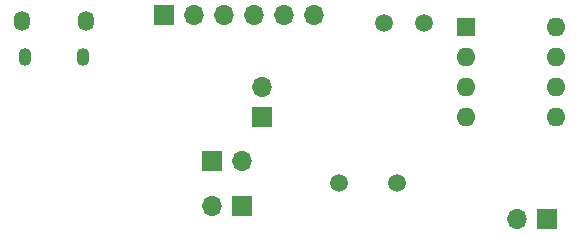
<source format=gbr>
%TF.GenerationSoftware,KiCad,Pcbnew,8.0.1*%
%TF.CreationDate,2024-06-30T08:56:46-03:00*%
%TF.ProjectId,chaos_papagali,6368616f-735f-4706-9170-6167616c692e,rev?*%
%TF.SameCoordinates,Original*%
%TF.FileFunction,Soldermask,Bot*%
%TF.FilePolarity,Negative*%
%FSLAX46Y46*%
G04 Gerber Fmt 4.6, Leading zero omitted, Abs format (unit mm)*
G04 Created by KiCad (PCBNEW 8.0.1) date 2024-06-30 08:56:46*
%MOMM*%
%LPD*%
G01*
G04 APERTURE LIST*
%ADD10O,1.350000X1.700000*%
%ADD11O,1.100000X1.500000*%
%ADD12C,1.500000*%
%ADD13R,1.700000X1.700000*%
%ADD14O,1.700000X1.700000*%
%ADD15R,1.600000X1.600000*%
%ADD16O,1.600000X1.600000*%
G04 APERTURE END LIST*
D10*
%TO.C,J2*%
X116586000Y-76073000D03*
D11*
X116276000Y-79073000D03*
X111436000Y-79073000D03*
D10*
X111126000Y-76073000D03*
%TD*%
D12*
%TO.C,R8*%
X141761000Y-76200000D03*
X145161000Y-76200000D03*
%TD*%
D13*
%TO.C,M1*%
X155575000Y-92837000D03*
D14*
X153035000Y-92837000D03*
%TD*%
D13*
%TO.C,SW1*%
X131445000Y-84201000D03*
D14*
X131445000Y-81661000D03*
%TD*%
D13*
%TO.C,JP1*%
X127254000Y-87884000D03*
D14*
X129794000Y-87884000D03*
%TD*%
D13*
%TO.C,J1*%
X123190000Y-75565000D03*
D14*
X125730000Y-75565000D03*
X128270000Y-75565000D03*
X130810000Y-75565000D03*
X133350000Y-75565000D03*
X135890000Y-75565000D03*
%TD*%
D15*
%TO.C,SW3*%
X148717000Y-76581000D03*
D16*
X148717000Y-79121000D03*
X148717000Y-81661000D03*
X148717000Y-84201000D03*
X156337000Y-84201000D03*
X156337000Y-81661000D03*
X156337000Y-79121000D03*
X156337000Y-76581000D03*
%TD*%
D13*
%TO.C,J3*%
X129794000Y-91694000D03*
D14*
X127254000Y-91694000D03*
%TD*%
D12*
%TO.C,Y1*%
X142899500Y-89789000D03*
X138019500Y-89789000D03*
%TD*%
M02*

</source>
